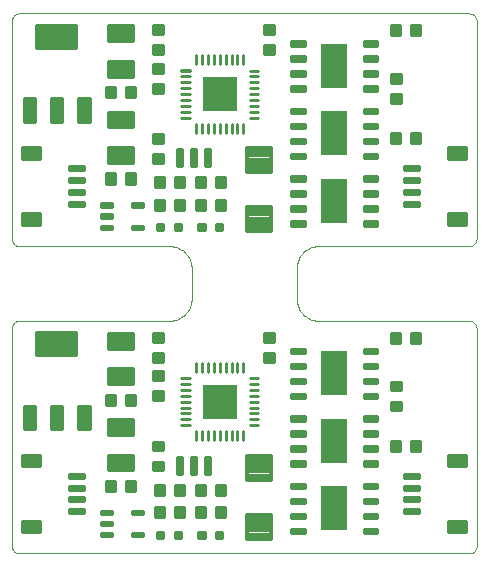
<source format=gtp>
G75*
%MOIN*%
%OFA0B0*%
%FSLAX24Y24*%
%IPPOS*%
%LPD*%
%AMOC8*
5,1,8,0,0,1.08239X$1,22.5*
%
%ADD10C,0.0000*%
%ADD11R,0.1125X0.1125*%
%ADD12R,0.0875X0.1500*%
%ADD13C,0.0142*%
%ADD14C,0.0098*%
%ADD15C,0.0099*%
%ADD16C,0.0100*%
%ADD17C,0.0099*%
%ADD18C,0.0101*%
%ADD19C,0.0100*%
%ADD20C,0.0101*%
%ADD21C,0.0130*%
D10*
X000425Y000238D02*
X015425Y000238D01*
X015455Y000240D01*
X015485Y000245D01*
X015514Y000254D01*
X015541Y000267D01*
X015567Y000282D01*
X015591Y000301D01*
X015612Y000322D01*
X015631Y000346D01*
X015646Y000372D01*
X015659Y000399D01*
X015668Y000428D01*
X015673Y000458D01*
X015675Y000488D01*
X015675Y007738D01*
X015673Y007768D01*
X015668Y007798D01*
X015659Y007827D01*
X015646Y007854D01*
X015631Y007880D01*
X015612Y007904D01*
X015591Y007925D01*
X015567Y007944D01*
X015541Y007959D01*
X015514Y007972D01*
X015485Y007981D01*
X015455Y007986D01*
X015425Y007988D01*
X010425Y007988D01*
X010371Y007990D01*
X010318Y007996D01*
X010266Y008005D01*
X010214Y008018D01*
X010163Y008035D01*
X010113Y008056D01*
X010066Y008080D01*
X010020Y008107D01*
X009976Y008138D01*
X009934Y008171D01*
X009895Y008208D01*
X009858Y008247D01*
X009825Y008289D01*
X009794Y008333D01*
X009767Y008379D01*
X009743Y008426D01*
X009722Y008476D01*
X009705Y008527D01*
X009692Y008579D01*
X009683Y008631D01*
X009677Y008684D01*
X009675Y008738D01*
X009675Y009738D01*
X009677Y009792D01*
X009683Y009845D01*
X009692Y009897D01*
X009705Y009949D01*
X009722Y010000D01*
X009743Y010050D01*
X009767Y010097D01*
X009794Y010143D01*
X009825Y010187D01*
X009858Y010229D01*
X009895Y010268D01*
X009934Y010305D01*
X009976Y010338D01*
X010020Y010369D01*
X010066Y010396D01*
X010113Y010420D01*
X010163Y010441D01*
X010214Y010458D01*
X010266Y010471D01*
X010318Y010480D01*
X010371Y010486D01*
X010425Y010488D01*
X015425Y010488D01*
X015455Y010490D01*
X015485Y010495D01*
X015514Y010504D01*
X015541Y010517D01*
X015567Y010532D01*
X015591Y010551D01*
X015612Y010572D01*
X015631Y010596D01*
X015646Y010622D01*
X015659Y010649D01*
X015668Y010678D01*
X015673Y010708D01*
X015675Y010738D01*
X015675Y017988D01*
X015673Y018018D01*
X015668Y018048D01*
X015659Y018077D01*
X015646Y018104D01*
X015631Y018130D01*
X015612Y018154D01*
X015591Y018175D01*
X015567Y018194D01*
X015541Y018209D01*
X015514Y018222D01*
X015485Y018231D01*
X015455Y018236D01*
X015425Y018238D01*
X000425Y018238D01*
X000395Y018236D01*
X000365Y018231D01*
X000336Y018222D01*
X000309Y018209D01*
X000283Y018194D01*
X000259Y018175D01*
X000238Y018154D01*
X000219Y018130D01*
X000204Y018104D01*
X000191Y018077D01*
X000182Y018048D01*
X000177Y018018D01*
X000175Y017988D01*
X000175Y010738D01*
X000177Y010708D01*
X000182Y010678D01*
X000191Y010649D01*
X000204Y010622D01*
X000219Y010596D01*
X000238Y010572D01*
X000259Y010551D01*
X000283Y010532D01*
X000309Y010517D01*
X000336Y010504D01*
X000365Y010495D01*
X000395Y010490D01*
X000425Y010488D01*
X005425Y010488D01*
X005479Y010486D01*
X005532Y010480D01*
X005584Y010471D01*
X005636Y010458D01*
X005687Y010441D01*
X005737Y010420D01*
X005784Y010396D01*
X005830Y010369D01*
X005874Y010338D01*
X005916Y010305D01*
X005955Y010268D01*
X005992Y010229D01*
X006025Y010187D01*
X006056Y010143D01*
X006083Y010097D01*
X006107Y010050D01*
X006128Y010000D01*
X006145Y009949D01*
X006158Y009897D01*
X006167Y009845D01*
X006173Y009792D01*
X006175Y009738D01*
X006175Y008738D01*
X006173Y008684D01*
X006167Y008631D01*
X006158Y008579D01*
X006145Y008527D01*
X006128Y008476D01*
X006107Y008426D01*
X006083Y008379D01*
X006056Y008333D01*
X006025Y008289D01*
X005992Y008247D01*
X005955Y008208D01*
X005916Y008171D01*
X005874Y008138D01*
X005830Y008107D01*
X005784Y008080D01*
X005737Y008056D01*
X005687Y008035D01*
X005636Y008018D01*
X005584Y008005D01*
X005532Y007996D01*
X005479Y007990D01*
X005425Y007988D01*
X000425Y007988D01*
X000395Y007986D01*
X000365Y007981D01*
X000336Y007972D01*
X000309Y007959D01*
X000283Y007944D01*
X000259Y007925D01*
X000238Y007904D01*
X000219Y007880D01*
X000204Y007854D01*
X000191Y007827D01*
X000182Y007798D01*
X000177Y007768D01*
X000175Y007738D01*
X000175Y000488D01*
X000177Y000458D01*
X000182Y000428D01*
X000191Y000399D01*
X000204Y000372D01*
X000219Y000346D01*
X000238Y000322D01*
X000259Y000301D01*
X000283Y000282D01*
X000309Y000267D01*
X000336Y000254D01*
X000365Y000245D01*
X000395Y000240D01*
X000425Y000238D01*
D11*
X007113Y005300D03*
X007113Y015550D03*
D12*
X010925Y016488D03*
X010925Y014238D03*
X010925Y011988D03*
X010925Y006238D03*
X010925Y003988D03*
X010925Y001738D03*
D13*
X008826Y001529D02*
X008826Y000727D01*
X008024Y000727D01*
X008024Y001529D01*
X008826Y001529D01*
X008826Y000868D02*
X008024Y000868D01*
X008024Y001009D02*
X008826Y001009D01*
X008826Y001150D02*
X008024Y001150D01*
X008024Y001291D02*
X008826Y001291D01*
X008826Y001432D02*
X008024Y001432D01*
X008024Y002696D02*
X008024Y003498D01*
X008826Y003498D01*
X008826Y002696D01*
X008024Y002696D01*
X008024Y002837D02*
X008826Y002837D01*
X008826Y002978D02*
X008024Y002978D01*
X008024Y003119D02*
X008826Y003119D01*
X008826Y003260D02*
X008024Y003260D01*
X008024Y003401D02*
X008826Y003401D01*
X008826Y010977D02*
X008826Y011779D01*
X008826Y010977D02*
X008024Y010977D01*
X008024Y011779D01*
X008826Y011779D01*
X008826Y011118D02*
X008024Y011118D01*
X008024Y011259D02*
X008826Y011259D01*
X008826Y011400D02*
X008024Y011400D01*
X008024Y011541D02*
X008826Y011541D01*
X008826Y011682D02*
X008024Y011682D01*
X008024Y012946D02*
X008024Y013748D01*
X008826Y013748D01*
X008826Y012946D01*
X008024Y012946D01*
X008024Y013087D02*
X008826Y013087D01*
X008826Y013228D02*
X008024Y013228D01*
X008024Y013369D02*
X008826Y013369D01*
X008826Y013510D02*
X008024Y013510D01*
X008024Y013651D02*
X008826Y013651D01*
D14*
X007900Y014260D02*
X007900Y014556D01*
X007703Y014556D02*
X007703Y014260D01*
X007506Y014260D02*
X007506Y014556D01*
X007309Y014556D02*
X007309Y014260D01*
X007113Y014260D02*
X007113Y014556D01*
X006916Y014556D02*
X006916Y014260D01*
X006719Y014260D02*
X006719Y014556D01*
X006522Y014556D02*
X006522Y014260D01*
X006325Y014260D02*
X006325Y014556D01*
X006119Y014763D02*
X005823Y014763D01*
X005823Y014959D02*
X006119Y014959D01*
X006119Y015156D02*
X005823Y015156D01*
X005823Y015353D02*
X006119Y015353D01*
X006119Y015550D02*
X005823Y015550D01*
X005823Y015747D02*
X006119Y015747D01*
X006119Y015944D02*
X005823Y015944D01*
X005823Y016141D02*
X006119Y016141D01*
X006325Y016544D02*
X006325Y016840D01*
X006522Y016840D02*
X006522Y016544D01*
X006719Y016544D02*
X006719Y016840D01*
X006916Y016840D02*
X006916Y016544D01*
X007113Y016544D02*
X007113Y016840D01*
X007309Y016840D02*
X007309Y016544D01*
X007506Y016544D02*
X007506Y016840D01*
X007703Y016840D02*
X007703Y016544D01*
X007900Y016544D02*
X007900Y016840D01*
X008106Y016337D02*
X008402Y016337D01*
X008402Y016141D02*
X008106Y016141D01*
X008106Y015944D02*
X008402Y015944D01*
X008402Y015747D02*
X008106Y015747D01*
X008106Y015550D02*
X008402Y015550D01*
X008402Y015353D02*
X008106Y015353D01*
X008106Y015156D02*
X008402Y015156D01*
X008402Y014959D02*
X008106Y014959D01*
X008106Y014763D02*
X008402Y014763D01*
X008571Y017176D02*
X008905Y017176D01*
X008905Y016880D01*
X008571Y016880D01*
X008571Y017176D01*
X008571Y016977D02*
X008905Y016977D01*
X008905Y017074D02*
X008571Y017074D01*
X008571Y017171D02*
X008905Y017171D01*
X008905Y017845D02*
X008571Y017845D01*
X008905Y017845D02*
X008905Y017549D01*
X008571Y017549D01*
X008571Y017845D01*
X008571Y017646D02*
X008905Y017646D01*
X008905Y017743D02*
X008571Y017743D01*
X008571Y017840D02*
X008905Y017840D01*
X005217Y017845D02*
X004883Y017845D01*
X005217Y017845D02*
X005217Y017549D01*
X004883Y017549D01*
X004883Y017845D01*
X004883Y017646D02*
X005217Y017646D01*
X005217Y017743D02*
X004883Y017743D01*
X004883Y017840D02*
X005217Y017840D01*
X005217Y017176D02*
X004883Y017176D01*
X005217Y017176D02*
X005217Y016880D01*
X004883Y016880D01*
X004883Y017176D01*
X004883Y016977D02*
X005217Y016977D01*
X005217Y017074D02*
X004883Y017074D01*
X004883Y017171D02*
X005217Y017171D01*
X004883Y016564D02*
X004883Y016268D01*
X004883Y016564D02*
X005217Y016564D01*
X005217Y016268D01*
X004883Y016268D01*
X004883Y016365D02*
X005217Y016365D01*
X005217Y016462D02*
X004883Y016462D01*
X004883Y016559D02*
X005217Y016559D01*
X004883Y015895D02*
X004883Y015599D01*
X004883Y015895D02*
X005217Y015895D01*
X005217Y015599D01*
X004883Y015599D01*
X004883Y015696D02*
X005217Y015696D01*
X005217Y015793D02*
X004883Y015793D01*
X004883Y015890D02*
X005217Y015890D01*
X004283Y015780D02*
X004283Y015446D01*
X003987Y015446D01*
X003987Y015780D01*
X004283Y015780D01*
X004283Y015543D02*
X003987Y015543D01*
X003987Y015640D02*
X004283Y015640D01*
X004283Y015737D02*
X003987Y015737D01*
X003613Y015780D02*
X003613Y015446D01*
X003317Y015446D01*
X003317Y015780D01*
X003613Y015780D01*
X003613Y015543D02*
X003317Y015543D01*
X003317Y015640D02*
X003613Y015640D01*
X003613Y015737D02*
X003317Y015737D01*
X004883Y013924D02*
X005217Y013924D01*
X004883Y013924D02*
X004883Y014220D01*
X005217Y014220D01*
X005217Y013924D01*
X005217Y014021D02*
X004883Y014021D01*
X004883Y014118D02*
X005217Y014118D01*
X005217Y014215D02*
X004883Y014215D01*
X004883Y013255D02*
X005217Y013255D01*
X004883Y013255D02*
X004883Y013551D01*
X005217Y013551D01*
X005217Y013255D01*
X005217Y013352D02*
X004883Y013352D01*
X004883Y013449D02*
X005217Y013449D01*
X005217Y013546D02*
X004883Y013546D01*
X003987Y012905D02*
X003987Y012571D01*
X003987Y012905D02*
X004283Y012905D01*
X004283Y012571D01*
X003987Y012571D01*
X003987Y012668D02*
X004283Y012668D01*
X004283Y012765D02*
X003987Y012765D01*
X003987Y012862D02*
X004283Y012862D01*
X005238Y012780D02*
X005238Y012446D01*
X004942Y012446D01*
X004942Y012780D01*
X005238Y012780D01*
X005238Y012543D02*
X004942Y012543D01*
X004942Y012640D02*
X005238Y012640D01*
X005238Y012737D02*
X004942Y012737D01*
X005908Y012780D02*
X005908Y012446D01*
X005612Y012446D01*
X005612Y012780D01*
X005908Y012780D01*
X005908Y012543D02*
X005612Y012543D01*
X005612Y012640D02*
X005908Y012640D01*
X005908Y012737D02*
X005612Y012737D01*
X006317Y012780D02*
X006317Y012446D01*
X006317Y012780D02*
X006613Y012780D01*
X006613Y012446D01*
X006317Y012446D01*
X006317Y012543D02*
X006613Y012543D01*
X006613Y012640D02*
X006317Y012640D01*
X006317Y012737D02*
X006613Y012737D01*
X006987Y012780D02*
X006987Y012446D01*
X006987Y012780D02*
X007283Y012780D01*
X007283Y012446D01*
X006987Y012446D01*
X006987Y012543D02*
X007283Y012543D01*
X007283Y012640D02*
X006987Y012640D01*
X006987Y012737D02*
X007283Y012737D01*
X007283Y012030D02*
X006987Y012030D01*
X007283Y012030D02*
X007283Y011696D01*
X006987Y011696D01*
X006987Y012030D01*
X006987Y011793D02*
X007283Y011793D01*
X007283Y011890D02*
X006987Y011890D01*
X006987Y011987D02*
X007283Y011987D01*
X006613Y012030D02*
X006317Y012030D01*
X006613Y012030D02*
X006613Y011696D01*
X006317Y011696D01*
X006317Y012030D01*
X006317Y011793D02*
X006613Y011793D01*
X006613Y011890D02*
X006317Y011890D01*
X006317Y011987D02*
X006613Y011987D01*
X005908Y011696D02*
X005612Y011696D01*
X005612Y012030D01*
X005908Y012030D01*
X005908Y011696D01*
X005908Y011793D02*
X005612Y011793D01*
X005612Y011890D02*
X005908Y011890D01*
X005908Y011987D02*
X005612Y011987D01*
X005238Y011696D02*
X004942Y011696D01*
X004942Y012030D01*
X005238Y012030D01*
X005238Y011696D01*
X005238Y011793D02*
X004942Y011793D01*
X004942Y011890D02*
X005238Y011890D01*
X005238Y011987D02*
X004942Y011987D01*
X003317Y012571D02*
X003317Y012905D01*
X003613Y012905D01*
X003613Y012571D01*
X003317Y012571D01*
X003317Y012668D02*
X003613Y012668D01*
X003613Y012765D02*
X003317Y012765D01*
X003317Y012862D02*
X003613Y012862D01*
X004883Y007595D02*
X005217Y007595D01*
X005217Y007299D01*
X004883Y007299D01*
X004883Y007595D01*
X004883Y007396D02*
X005217Y007396D01*
X005217Y007493D02*
X004883Y007493D01*
X004883Y007590D02*
X005217Y007590D01*
X005217Y006926D02*
X004883Y006926D01*
X005217Y006926D02*
X005217Y006630D01*
X004883Y006630D01*
X004883Y006926D01*
X004883Y006727D02*
X005217Y006727D01*
X005217Y006824D02*
X004883Y006824D01*
X004883Y006921D02*
X005217Y006921D01*
X004883Y006314D02*
X004883Y006018D01*
X004883Y006314D02*
X005217Y006314D01*
X005217Y006018D01*
X004883Y006018D01*
X004883Y006115D02*
X005217Y006115D01*
X005217Y006212D02*
X004883Y006212D01*
X004883Y006309D02*
X005217Y006309D01*
X005823Y005891D02*
X006119Y005891D01*
X006119Y005694D02*
X005823Y005694D01*
X005823Y005497D02*
X006119Y005497D01*
X006119Y005300D02*
X005823Y005300D01*
X005823Y005103D02*
X006119Y005103D01*
X006119Y004906D02*
X005823Y004906D01*
X005823Y004709D02*
X006119Y004709D01*
X006119Y004513D02*
X005823Y004513D01*
X006325Y004306D02*
X006325Y004010D01*
X006522Y004010D02*
X006522Y004306D01*
X006719Y004306D02*
X006719Y004010D01*
X006916Y004010D02*
X006916Y004306D01*
X007113Y004306D02*
X007113Y004010D01*
X007309Y004010D02*
X007309Y004306D01*
X007506Y004306D02*
X007506Y004010D01*
X007703Y004010D02*
X007703Y004306D01*
X007900Y004306D02*
X007900Y004010D01*
X008106Y004513D02*
X008402Y004513D01*
X008402Y004709D02*
X008106Y004709D01*
X008106Y004906D02*
X008402Y004906D01*
X008402Y005103D02*
X008106Y005103D01*
X008106Y005300D02*
X008402Y005300D01*
X008402Y005497D02*
X008106Y005497D01*
X008106Y005694D02*
X008402Y005694D01*
X008402Y005891D02*
X008106Y005891D01*
X008106Y006087D02*
X008402Y006087D01*
X008571Y006926D02*
X008905Y006926D01*
X008905Y006630D01*
X008571Y006630D01*
X008571Y006926D01*
X008571Y006727D02*
X008905Y006727D01*
X008905Y006824D02*
X008571Y006824D01*
X008571Y006921D02*
X008905Y006921D01*
X008905Y007595D02*
X008571Y007595D01*
X008905Y007595D02*
X008905Y007299D01*
X008571Y007299D01*
X008571Y007595D01*
X008571Y007396D02*
X008905Y007396D01*
X008905Y007493D02*
X008571Y007493D01*
X008571Y007590D02*
X008905Y007590D01*
X007900Y006590D02*
X007900Y006294D01*
X007703Y006294D02*
X007703Y006590D01*
X007506Y006590D02*
X007506Y006294D01*
X007309Y006294D02*
X007309Y006590D01*
X007113Y006590D02*
X007113Y006294D01*
X006916Y006294D02*
X006916Y006590D01*
X006719Y006590D02*
X006719Y006294D01*
X006522Y006294D02*
X006522Y006590D01*
X006325Y006590D02*
X006325Y006294D01*
X004883Y005645D02*
X004883Y005349D01*
X004883Y005645D02*
X005217Y005645D01*
X005217Y005349D01*
X004883Y005349D01*
X004883Y005446D02*
X005217Y005446D01*
X005217Y005543D02*
X004883Y005543D01*
X004883Y005640D02*
X005217Y005640D01*
X004283Y005530D02*
X004283Y005196D01*
X003987Y005196D01*
X003987Y005530D01*
X004283Y005530D01*
X004283Y005293D02*
X003987Y005293D01*
X003987Y005390D02*
X004283Y005390D01*
X004283Y005487D02*
X003987Y005487D01*
X003613Y005530D02*
X003613Y005196D01*
X003317Y005196D01*
X003317Y005530D01*
X003613Y005530D01*
X003613Y005293D02*
X003317Y005293D01*
X003317Y005390D02*
X003613Y005390D01*
X003613Y005487D02*
X003317Y005487D01*
X004883Y003674D02*
X005217Y003674D01*
X004883Y003674D02*
X004883Y003970D01*
X005217Y003970D01*
X005217Y003674D01*
X005217Y003771D02*
X004883Y003771D01*
X004883Y003868D02*
X005217Y003868D01*
X005217Y003965D02*
X004883Y003965D01*
X004883Y003005D02*
X005217Y003005D01*
X004883Y003005D02*
X004883Y003301D01*
X005217Y003301D01*
X005217Y003005D01*
X005217Y003102D02*
X004883Y003102D01*
X004883Y003199D02*
X005217Y003199D01*
X005217Y003296D02*
X004883Y003296D01*
X003987Y002655D02*
X003987Y002321D01*
X003987Y002655D02*
X004283Y002655D01*
X004283Y002321D01*
X003987Y002321D01*
X003987Y002418D02*
X004283Y002418D01*
X004283Y002515D02*
X003987Y002515D01*
X003987Y002612D02*
X004283Y002612D01*
X005238Y002530D02*
X005238Y002196D01*
X004942Y002196D01*
X004942Y002530D01*
X005238Y002530D01*
X005238Y002293D02*
X004942Y002293D01*
X004942Y002390D02*
X005238Y002390D01*
X005238Y002487D02*
X004942Y002487D01*
X005908Y002530D02*
X005908Y002196D01*
X005612Y002196D01*
X005612Y002530D01*
X005908Y002530D01*
X005908Y002293D02*
X005612Y002293D01*
X005612Y002390D02*
X005908Y002390D01*
X005908Y002487D02*
X005612Y002487D01*
X006317Y002530D02*
X006317Y002196D01*
X006317Y002530D02*
X006613Y002530D01*
X006613Y002196D01*
X006317Y002196D01*
X006317Y002293D02*
X006613Y002293D01*
X006613Y002390D02*
X006317Y002390D01*
X006317Y002487D02*
X006613Y002487D01*
X006987Y002530D02*
X006987Y002196D01*
X006987Y002530D02*
X007283Y002530D01*
X007283Y002196D01*
X006987Y002196D01*
X006987Y002293D02*
X007283Y002293D01*
X007283Y002390D02*
X006987Y002390D01*
X006987Y002487D02*
X007283Y002487D01*
X007283Y001780D02*
X006987Y001780D01*
X007283Y001780D02*
X007283Y001446D01*
X006987Y001446D01*
X006987Y001780D01*
X006987Y001543D02*
X007283Y001543D01*
X007283Y001640D02*
X006987Y001640D01*
X006987Y001737D02*
X007283Y001737D01*
X006613Y001780D02*
X006317Y001780D01*
X006613Y001780D02*
X006613Y001446D01*
X006317Y001446D01*
X006317Y001780D01*
X006317Y001543D02*
X006613Y001543D01*
X006613Y001640D02*
X006317Y001640D01*
X006317Y001737D02*
X006613Y001737D01*
X005908Y001446D02*
X005612Y001446D01*
X005612Y001780D01*
X005908Y001780D01*
X005908Y001446D01*
X005908Y001543D02*
X005612Y001543D01*
X005612Y001640D02*
X005908Y001640D01*
X005908Y001737D02*
X005612Y001737D01*
X005238Y001446D02*
X004942Y001446D01*
X004942Y001780D01*
X005238Y001780D01*
X005238Y001446D01*
X005238Y001543D02*
X004942Y001543D01*
X004942Y001640D02*
X005238Y001640D01*
X005238Y001737D02*
X004942Y001737D01*
X003317Y002321D02*
X003317Y002655D01*
X003613Y002655D01*
X003613Y002321D01*
X003317Y002321D01*
X003317Y002418D02*
X003613Y002418D01*
X003613Y002515D02*
X003317Y002515D01*
X003317Y002612D02*
X003613Y002612D01*
X013113Y003664D02*
X013113Y003998D01*
X013113Y003664D02*
X012817Y003664D01*
X012817Y003998D01*
X013113Y003998D01*
X013113Y003761D02*
X012817Y003761D01*
X012817Y003858D02*
X013113Y003858D01*
X013113Y003955D02*
X012817Y003955D01*
X013783Y003998D02*
X013783Y003664D01*
X013487Y003664D01*
X013487Y003998D01*
X013783Y003998D01*
X013783Y003761D02*
X013487Y003761D01*
X013487Y003858D02*
X013783Y003858D01*
X013783Y003955D02*
X013487Y003955D01*
X013155Y005301D02*
X012821Y005301D01*
X013155Y005301D02*
X013155Y005005D01*
X012821Y005005D01*
X012821Y005301D01*
X012821Y005102D02*
X013155Y005102D01*
X013155Y005199D02*
X012821Y005199D01*
X012821Y005296D02*
X013155Y005296D01*
X013155Y005970D02*
X012821Y005970D01*
X013155Y005970D02*
X013155Y005674D01*
X012821Y005674D01*
X012821Y005970D01*
X012821Y005771D02*
X013155Y005771D01*
X013155Y005868D02*
X012821Y005868D01*
X012821Y005965D02*
X013155Y005965D01*
X013113Y007258D02*
X013113Y007592D01*
X013113Y007258D02*
X012817Y007258D01*
X012817Y007592D01*
X013113Y007592D01*
X013113Y007355D02*
X012817Y007355D01*
X012817Y007452D02*
X013113Y007452D01*
X013113Y007549D02*
X012817Y007549D01*
X013783Y007592D02*
X013783Y007258D01*
X013487Y007258D01*
X013487Y007592D01*
X013783Y007592D01*
X013783Y007355D02*
X013487Y007355D01*
X013487Y007452D02*
X013783Y007452D01*
X013783Y007549D02*
X013487Y007549D01*
X013783Y013914D02*
X013783Y014248D01*
X013783Y013914D02*
X013487Y013914D01*
X013487Y014248D01*
X013783Y014248D01*
X013783Y014011D02*
X013487Y014011D01*
X013487Y014108D02*
X013783Y014108D01*
X013783Y014205D02*
X013487Y014205D01*
X013113Y014248D02*
X013113Y013914D01*
X012817Y013914D01*
X012817Y014248D01*
X013113Y014248D01*
X013113Y014011D02*
X012817Y014011D01*
X012817Y014108D02*
X013113Y014108D01*
X013113Y014205D02*
X012817Y014205D01*
X012821Y015551D02*
X013155Y015551D01*
X013155Y015255D01*
X012821Y015255D01*
X012821Y015551D01*
X012821Y015352D02*
X013155Y015352D01*
X013155Y015449D02*
X012821Y015449D01*
X012821Y015546D02*
X013155Y015546D01*
X013155Y016220D02*
X012821Y016220D01*
X013155Y016220D02*
X013155Y015924D01*
X012821Y015924D01*
X012821Y016220D01*
X012821Y016021D02*
X013155Y016021D01*
X013155Y016118D02*
X012821Y016118D01*
X012821Y016215D02*
X013155Y016215D01*
X013113Y017508D02*
X013113Y017842D01*
X013113Y017508D02*
X012817Y017508D01*
X012817Y017842D01*
X013113Y017842D01*
X013113Y017605D02*
X012817Y017605D01*
X012817Y017702D02*
X013113Y017702D01*
X013113Y017799D02*
X012817Y017799D01*
X013783Y017842D02*
X013783Y017508D01*
X013487Y017508D01*
X013487Y017842D01*
X013783Y017842D01*
X013783Y017605D02*
X013487Y017605D01*
X013487Y017702D02*
X013783Y017702D01*
X013783Y017799D02*
X013487Y017799D01*
D15*
X011909Y017319D02*
X011909Y017157D01*
X011909Y017319D02*
X012361Y017319D01*
X012361Y017157D01*
X011909Y017157D01*
X011909Y017255D02*
X012361Y017255D01*
X011909Y016819D02*
X011909Y016657D01*
X011909Y016819D02*
X012361Y016819D01*
X012361Y016657D01*
X011909Y016657D01*
X011909Y016755D02*
X012361Y016755D01*
X011909Y016319D02*
X011909Y016157D01*
X011909Y016319D02*
X012361Y016319D01*
X012361Y016157D01*
X011909Y016157D01*
X011909Y016255D02*
X012361Y016255D01*
X011909Y015819D02*
X011909Y015657D01*
X011909Y015819D02*
X012361Y015819D01*
X012361Y015657D01*
X011909Y015657D01*
X011909Y015755D02*
X012361Y015755D01*
X011909Y015069D02*
X011909Y014907D01*
X011909Y015069D02*
X012361Y015069D01*
X012361Y014907D01*
X011909Y014907D01*
X011909Y015005D02*
X012361Y015005D01*
X011909Y014569D02*
X011909Y014407D01*
X011909Y014569D02*
X012361Y014569D01*
X012361Y014407D01*
X011909Y014407D01*
X011909Y014505D02*
X012361Y014505D01*
X011909Y014069D02*
X011909Y013907D01*
X011909Y014069D02*
X012361Y014069D01*
X012361Y013907D01*
X011909Y013907D01*
X011909Y014005D02*
X012361Y014005D01*
X011909Y013569D02*
X011909Y013407D01*
X011909Y013569D02*
X012361Y013569D01*
X012361Y013407D01*
X011909Y013407D01*
X011909Y013505D02*
X012361Y013505D01*
X011909Y012819D02*
X011909Y012657D01*
X011909Y012819D02*
X012361Y012819D01*
X012361Y012657D01*
X011909Y012657D01*
X011909Y012755D02*
X012361Y012755D01*
X011909Y012319D02*
X011909Y012157D01*
X011909Y012319D02*
X012361Y012319D01*
X012361Y012157D01*
X011909Y012157D01*
X011909Y012255D02*
X012361Y012255D01*
X011909Y011819D02*
X011909Y011657D01*
X011909Y011819D02*
X012361Y011819D01*
X012361Y011657D01*
X011909Y011657D01*
X011909Y011755D02*
X012361Y011755D01*
X011909Y011319D02*
X011909Y011157D01*
X011909Y011319D02*
X012361Y011319D01*
X012361Y011157D01*
X011909Y011157D01*
X011909Y011255D02*
X012361Y011255D01*
X009489Y011319D02*
X009489Y011157D01*
X009489Y011319D02*
X009941Y011319D01*
X009941Y011157D01*
X009489Y011157D01*
X009489Y011255D02*
X009941Y011255D01*
X009489Y011657D02*
X009489Y011819D01*
X009941Y011819D01*
X009941Y011657D01*
X009489Y011657D01*
X009489Y011755D02*
X009941Y011755D01*
X009489Y012157D02*
X009489Y012319D01*
X009941Y012319D01*
X009941Y012157D01*
X009489Y012157D01*
X009489Y012255D02*
X009941Y012255D01*
X009489Y012657D02*
X009489Y012819D01*
X009941Y012819D01*
X009941Y012657D01*
X009489Y012657D01*
X009489Y012755D02*
X009941Y012755D01*
X009489Y013407D02*
X009489Y013569D01*
X009941Y013569D01*
X009941Y013407D01*
X009489Y013407D01*
X009489Y013505D02*
X009941Y013505D01*
X009489Y013907D02*
X009489Y014069D01*
X009941Y014069D01*
X009941Y013907D01*
X009489Y013907D01*
X009489Y014005D02*
X009941Y014005D01*
X009489Y014407D02*
X009489Y014569D01*
X009941Y014569D01*
X009941Y014407D01*
X009489Y014407D01*
X009489Y014505D02*
X009941Y014505D01*
X009489Y014907D02*
X009489Y015069D01*
X009941Y015069D01*
X009941Y014907D01*
X009489Y014907D01*
X009489Y015005D02*
X009941Y015005D01*
X009489Y015657D02*
X009489Y015819D01*
X009941Y015819D01*
X009941Y015657D01*
X009489Y015657D01*
X009489Y015755D02*
X009941Y015755D01*
X009489Y016157D02*
X009489Y016319D01*
X009941Y016319D01*
X009941Y016157D01*
X009489Y016157D01*
X009489Y016255D02*
X009941Y016255D01*
X009489Y016657D02*
X009489Y016819D01*
X009941Y016819D01*
X009941Y016657D01*
X009489Y016657D01*
X009489Y016755D02*
X009941Y016755D01*
X009489Y017157D02*
X009489Y017319D01*
X009941Y017319D01*
X009941Y017157D01*
X009489Y017157D01*
X009489Y017255D02*
X009941Y017255D01*
X009489Y007069D02*
X009489Y006907D01*
X009489Y007069D02*
X009941Y007069D01*
X009941Y006907D01*
X009489Y006907D01*
X009489Y007005D02*
X009941Y007005D01*
X009489Y006569D02*
X009489Y006407D01*
X009489Y006569D02*
X009941Y006569D01*
X009941Y006407D01*
X009489Y006407D01*
X009489Y006505D02*
X009941Y006505D01*
X009489Y006069D02*
X009489Y005907D01*
X009489Y006069D02*
X009941Y006069D01*
X009941Y005907D01*
X009489Y005907D01*
X009489Y006005D02*
X009941Y006005D01*
X009489Y005569D02*
X009489Y005407D01*
X009489Y005569D02*
X009941Y005569D01*
X009941Y005407D01*
X009489Y005407D01*
X009489Y005505D02*
X009941Y005505D01*
X009489Y004819D02*
X009489Y004657D01*
X009489Y004819D02*
X009941Y004819D01*
X009941Y004657D01*
X009489Y004657D01*
X009489Y004755D02*
X009941Y004755D01*
X009489Y004319D02*
X009489Y004157D01*
X009489Y004319D02*
X009941Y004319D01*
X009941Y004157D01*
X009489Y004157D01*
X009489Y004255D02*
X009941Y004255D01*
X009489Y003819D02*
X009489Y003657D01*
X009489Y003819D02*
X009941Y003819D01*
X009941Y003657D01*
X009489Y003657D01*
X009489Y003755D02*
X009941Y003755D01*
X009489Y003319D02*
X009489Y003157D01*
X009489Y003319D02*
X009941Y003319D01*
X009941Y003157D01*
X009489Y003157D01*
X009489Y003255D02*
X009941Y003255D01*
X009489Y002569D02*
X009489Y002407D01*
X009489Y002569D02*
X009941Y002569D01*
X009941Y002407D01*
X009489Y002407D01*
X009489Y002505D02*
X009941Y002505D01*
X009489Y002069D02*
X009489Y001907D01*
X009489Y002069D02*
X009941Y002069D01*
X009941Y001907D01*
X009489Y001907D01*
X009489Y002005D02*
X009941Y002005D01*
X009489Y001569D02*
X009489Y001407D01*
X009489Y001569D02*
X009941Y001569D01*
X009941Y001407D01*
X009489Y001407D01*
X009489Y001505D02*
X009941Y001505D01*
X009489Y001069D02*
X009489Y000907D01*
X009489Y001069D02*
X009941Y001069D01*
X009941Y000907D01*
X009489Y000907D01*
X009489Y001005D02*
X009941Y001005D01*
X011909Y001069D02*
X011909Y000907D01*
X011909Y001069D02*
X012361Y001069D01*
X012361Y000907D01*
X011909Y000907D01*
X011909Y001005D02*
X012361Y001005D01*
X011909Y001407D02*
X011909Y001569D01*
X012361Y001569D01*
X012361Y001407D01*
X011909Y001407D01*
X011909Y001505D02*
X012361Y001505D01*
X011909Y001907D02*
X011909Y002069D01*
X012361Y002069D01*
X012361Y001907D01*
X011909Y001907D01*
X011909Y002005D02*
X012361Y002005D01*
X011909Y002407D02*
X011909Y002569D01*
X012361Y002569D01*
X012361Y002407D01*
X011909Y002407D01*
X011909Y002505D02*
X012361Y002505D01*
X011909Y003157D02*
X011909Y003319D01*
X012361Y003319D01*
X012361Y003157D01*
X011909Y003157D01*
X011909Y003255D02*
X012361Y003255D01*
X011909Y003657D02*
X011909Y003819D01*
X012361Y003819D01*
X012361Y003657D01*
X011909Y003657D01*
X011909Y003755D02*
X012361Y003755D01*
X011909Y004157D02*
X011909Y004319D01*
X012361Y004319D01*
X012361Y004157D01*
X011909Y004157D01*
X011909Y004255D02*
X012361Y004255D01*
X011909Y004657D02*
X011909Y004819D01*
X012361Y004819D01*
X012361Y004657D01*
X011909Y004657D01*
X011909Y004755D02*
X012361Y004755D01*
X011909Y005407D02*
X011909Y005569D01*
X012361Y005569D01*
X012361Y005407D01*
X011909Y005407D01*
X011909Y005505D02*
X012361Y005505D01*
X011909Y005907D02*
X011909Y006069D01*
X012361Y006069D01*
X012361Y005907D01*
X011909Y005907D01*
X011909Y006005D02*
X012361Y006005D01*
X011909Y006407D02*
X011909Y006569D01*
X012361Y006569D01*
X012361Y006407D01*
X011909Y006407D01*
X011909Y006505D02*
X012361Y006505D01*
X011909Y006907D02*
X011909Y007069D01*
X012361Y007069D01*
X012361Y006907D01*
X011909Y006907D01*
X011909Y007005D02*
X012361Y007005D01*
D16*
X006118Y006084D02*
X005824Y006084D01*
X005824Y006090D01*
X006118Y006090D01*
X006118Y006084D01*
X006118Y016334D02*
X005824Y016334D01*
X005824Y016340D01*
X006118Y016340D01*
X006118Y016334D01*
D17*
X006149Y013140D02*
X006327Y013140D01*
X006149Y013140D02*
X006149Y013710D01*
X006327Y013710D01*
X006327Y013140D01*
X006327Y013238D02*
X006149Y013238D01*
X006149Y013336D02*
X006327Y013336D01*
X006327Y013434D02*
X006149Y013434D01*
X006149Y013532D02*
X006327Y013532D01*
X006327Y013630D02*
X006149Y013630D01*
X005854Y013140D02*
X005676Y013140D01*
X005676Y013710D01*
X005854Y013710D01*
X005854Y013140D01*
X005854Y013238D02*
X005676Y013238D01*
X005676Y013336D02*
X005854Y013336D01*
X005854Y013434D02*
X005676Y013434D01*
X005676Y013532D02*
X005854Y013532D01*
X005854Y013630D02*
X005676Y013630D01*
X006621Y013140D02*
X006799Y013140D01*
X006621Y013140D02*
X006621Y013710D01*
X006799Y013710D01*
X006799Y013140D01*
X006799Y013238D02*
X006621Y013238D01*
X006621Y013336D02*
X006799Y013336D01*
X006799Y013434D02*
X006621Y013434D01*
X006621Y013532D02*
X006799Y013532D01*
X006799Y013630D02*
X006621Y013630D01*
X002090Y013147D02*
X002090Y013009D01*
X002090Y013147D02*
X002602Y013147D01*
X002602Y013009D01*
X002090Y013009D01*
X002090Y013107D02*
X002602Y013107D01*
X002090Y012753D02*
X002090Y012615D01*
X002090Y012753D02*
X002602Y012753D01*
X002602Y012615D01*
X002090Y012615D01*
X002090Y012713D02*
X002602Y012713D01*
X002090Y012360D02*
X002090Y012222D01*
X002090Y012360D02*
X002602Y012360D01*
X002602Y012222D01*
X002090Y012222D01*
X002090Y012320D02*
X002602Y012320D01*
X002090Y011966D02*
X002090Y011828D01*
X002090Y011966D02*
X002602Y011966D01*
X002602Y011828D01*
X002090Y011828D01*
X002090Y011926D02*
X002602Y011926D01*
X000516Y011572D02*
X000516Y011198D01*
X000516Y011572D02*
X001126Y011572D01*
X001126Y011198D01*
X000516Y011198D01*
X000516Y011296D02*
X001126Y011296D01*
X001126Y011394D02*
X000516Y011394D01*
X000516Y011492D02*
X001126Y011492D01*
X000516Y013403D02*
X000516Y013777D01*
X001126Y013777D01*
X001126Y013403D01*
X000516Y013403D01*
X000516Y013501D02*
X001126Y013501D01*
X001126Y013599D02*
X000516Y013599D01*
X000516Y013697D02*
X001126Y013697D01*
X000516Y003527D02*
X000516Y003153D01*
X000516Y003527D02*
X001126Y003527D01*
X001126Y003153D01*
X000516Y003153D01*
X000516Y003251D02*
X001126Y003251D01*
X001126Y003349D02*
X000516Y003349D01*
X000516Y003447D02*
X001126Y003447D01*
X002090Y002897D02*
X002090Y002759D01*
X002090Y002897D02*
X002602Y002897D01*
X002602Y002759D01*
X002090Y002759D01*
X002090Y002857D02*
X002602Y002857D01*
X002090Y002503D02*
X002090Y002365D01*
X002090Y002503D02*
X002602Y002503D01*
X002602Y002365D01*
X002090Y002365D01*
X002090Y002463D02*
X002602Y002463D01*
X002090Y002110D02*
X002090Y001972D01*
X002090Y002110D02*
X002602Y002110D01*
X002602Y001972D01*
X002090Y001972D01*
X002090Y002070D02*
X002602Y002070D01*
X002090Y001716D02*
X002090Y001578D01*
X002090Y001716D02*
X002602Y001716D01*
X002602Y001578D01*
X002090Y001578D01*
X002090Y001676D02*
X002602Y001676D01*
X000516Y001322D02*
X000516Y000948D01*
X000516Y001322D02*
X001126Y001322D01*
X001126Y000948D01*
X000516Y000948D01*
X000516Y001046D02*
X001126Y001046D01*
X001126Y001144D02*
X000516Y001144D01*
X000516Y001242D02*
X001126Y001242D01*
X005676Y002890D02*
X005854Y002890D01*
X005676Y002890D02*
X005676Y003460D01*
X005854Y003460D01*
X005854Y002890D01*
X005854Y002988D02*
X005676Y002988D01*
X005676Y003086D02*
X005854Y003086D01*
X005854Y003184D02*
X005676Y003184D01*
X005676Y003282D02*
X005854Y003282D01*
X005854Y003380D02*
X005676Y003380D01*
X006149Y002890D02*
X006327Y002890D01*
X006149Y002890D02*
X006149Y003460D01*
X006327Y003460D01*
X006327Y002890D01*
X006327Y002988D02*
X006149Y002988D01*
X006149Y003086D02*
X006327Y003086D01*
X006327Y003184D02*
X006149Y003184D01*
X006149Y003282D02*
X006327Y003282D01*
X006327Y003380D02*
X006149Y003380D01*
X006621Y002890D02*
X006799Y002890D01*
X006621Y002890D02*
X006621Y003460D01*
X006799Y003460D01*
X006799Y002890D01*
X006799Y002988D02*
X006621Y002988D01*
X006621Y003086D02*
X006799Y003086D01*
X006799Y003184D02*
X006621Y003184D01*
X006621Y003282D02*
X006799Y003282D01*
X006799Y003380D02*
X006621Y003380D01*
X013760Y002897D02*
X013760Y002759D01*
X013248Y002759D01*
X013248Y002897D01*
X013760Y002897D01*
X013760Y002857D02*
X013248Y002857D01*
X013760Y002503D02*
X013760Y002365D01*
X013248Y002365D01*
X013248Y002503D01*
X013760Y002503D01*
X013760Y002463D02*
X013248Y002463D01*
X013760Y002110D02*
X013760Y001972D01*
X013248Y001972D01*
X013248Y002110D01*
X013760Y002110D01*
X013760Y002070D02*
X013248Y002070D01*
X013760Y001716D02*
X013760Y001578D01*
X013248Y001578D01*
X013248Y001716D01*
X013760Y001716D01*
X013760Y001676D02*
X013248Y001676D01*
X015334Y001322D02*
X015334Y000948D01*
X014724Y000948D01*
X014724Y001322D01*
X015334Y001322D01*
X015334Y001046D02*
X014724Y001046D01*
X014724Y001144D02*
X015334Y001144D01*
X015334Y001242D02*
X014724Y001242D01*
X015334Y003153D02*
X015334Y003527D01*
X015334Y003153D02*
X014724Y003153D01*
X014724Y003527D01*
X015334Y003527D01*
X015334Y003251D02*
X014724Y003251D01*
X014724Y003349D02*
X015334Y003349D01*
X015334Y003447D02*
X014724Y003447D01*
X015334Y011198D02*
X015334Y011572D01*
X015334Y011198D02*
X014724Y011198D01*
X014724Y011572D01*
X015334Y011572D01*
X015334Y011296D02*
X014724Y011296D01*
X014724Y011394D02*
X015334Y011394D01*
X015334Y011492D02*
X014724Y011492D01*
X013760Y011828D02*
X013760Y011966D01*
X013760Y011828D02*
X013248Y011828D01*
X013248Y011966D01*
X013760Y011966D01*
X013760Y011926D02*
X013248Y011926D01*
X013760Y012222D02*
X013760Y012360D01*
X013760Y012222D02*
X013248Y012222D01*
X013248Y012360D01*
X013760Y012360D01*
X013760Y012320D02*
X013248Y012320D01*
X013760Y012615D02*
X013760Y012753D01*
X013760Y012615D02*
X013248Y012615D01*
X013248Y012753D01*
X013760Y012753D01*
X013760Y012713D02*
X013248Y012713D01*
X013760Y013009D02*
X013760Y013147D01*
X013760Y013009D02*
X013248Y013009D01*
X013248Y013147D01*
X013760Y013147D01*
X013760Y013107D02*
X013248Y013107D01*
X015334Y013403D02*
X015334Y013777D01*
X015334Y013403D02*
X014724Y013403D01*
X014724Y013777D01*
X015334Y013777D01*
X015334Y013501D02*
X014724Y013501D01*
X014724Y013599D02*
X015334Y013599D01*
X015334Y013697D02*
X014724Y013697D01*
D18*
X006988Y011220D02*
X006988Y011006D01*
X006988Y011220D02*
X007202Y011220D01*
X007202Y011006D01*
X006988Y011006D01*
X006988Y011106D02*
X007202Y011106D01*
X007202Y011206D02*
X006988Y011206D01*
X006398Y011220D02*
X006398Y011006D01*
X006398Y011220D02*
X006612Y011220D01*
X006612Y011006D01*
X006398Y011006D01*
X006398Y011106D02*
X006612Y011106D01*
X006612Y011206D02*
X006398Y011206D01*
X005827Y011220D02*
X005827Y011006D01*
X005613Y011006D01*
X005613Y011220D01*
X005827Y011220D01*
X005827Y011106D02*
X005613Y011106D01*
X005613Y011206D02*
X005827Y011206D01*
X005237Y011220D02*
X005237Y011006D01*
X005023Y011006D01*
X005023Y011220D01*
X005237Y011220D01*
X005237Y011106D02*
X005023Y011106D01*
X005023Y011206D02*
X005237Y011206D01*
X004222Y013257D02*
X004222Y013787D01*
X004222Y013257D02*
X003378Y013257D01*
X003378Y013787D01*
X004222Y013787D01*
X004222Y013357D02*
X003378Y013357D01*
X003378Y013457D02*
X004222Y013457D01*
X004222Y013557D02*
X003378Y013557D01*
X003378Y013657D02*
X004222Y013657D01*
X004222Y013757D02*
X003378Y013757D01*
X003378Y014438D02*
X003378Y014968D01*
X004222Y014968D01*
X004222Y014438D01*
X003378Y014438D01*
X003378Y014538D02*
X004222Y014538D01*
X004222Y014638D02*
X003378Y014638D01*
X003378Y014738D02*
X004222Y014738D01*
X004222Y014838D02*
X003378Y014838D01*
X003378Y014938D02*
X004222Y014938D01*
X004222Y016132D02*
X004222Y016662D01*
X004222Y016132D02*
X003378Y016132D01*
X003378Y016662D01*
X004222Y016662D01*
X004222Y016232D02*
X003378Y016232D01*
X003378Y016332D02*
X004222Y016332D01*
X004222Y016432D02*
X003378Y016432D01*
X003378Y016532D02*
X004222Y016532D01*
X004222Y016632D02*
X003378Y016632D01*
X003378Y017313D02*
X003378Y017843D01*
X004222Y017843D01*
X004222Y017313D01*
X003378Y017313D01*
X003378Y017413D02*
X004222Y017413D01*
X004222Y017513D02*
X003378Y017513D01*
X003378Y017613D02*
X004222Y017613D01*
X004222Y017713D02*
X003378Y017713D01*
X003378Y017813D02*
X004222Y017813D01*
X003378Y007593D02*
X003378Y007063D01*
X003378Y007593D02*
X004222Y007593D01*
X004222Y007063D01*
X003378Y007063D01*
X003378Y007163D02*
X004222Y007163D01*
X004222Y007263D02*
X003378Y007263D01*
X003378Y007363D02*
X004222Y007363D01*
X004222Y007463D02*
X003378Y007463D01*
X003378Y007563D02*
X004222Y007563D01*
X004222Y006412D02*
X004222Y005882D01*
X003378Y005882D01*
X003378Y006412D01*
X004222Y006412D01*
X004222Y005982D02*
X003378Y005982D01*
X003378Y006082D02*
X004222Y006082D01*
X004222Y006182D02*
X003378Y006182D01*
X003378Y006282D02*
X004222Y006282D01*
X004222Y006382D02*
X003378Y006382D01*
X003378Y004718D02*
X003378Y004188D01*
X003378Y004718D02*
X004222Y004718D01*
X004222Y004188D01*
X003378Y004188D01*
X003378Y004288D02*
X004222Y004288D01*
X004222Y004388D02*
X003378Y004388D01*
X003378Y004488D02*
X004222Y004488D01*
X004222Y004588D02*
X003378Y004588D01*
X003378Y004688D02*
X004222Y004688D01*
X004222Y003537D02*
X004222Y003007D01*
X003378Y003007D01*
X003378Y003537D01*
X004222Y003537D01*
X004222Y003107D02*
X003378Y003107D01*
X003378Y003207D02*
X004222Y003207D01*
X004222Y003307D02*
X003378Y003307D01*
X003378Y003407D02*
X004222Y003407D01*
X004222Y003507D02*
X003378Y003507D01*
X005237Y000970D02*
X005237Y000756D01*
X005023Y000756D01*
X005023Y000970D01*
X005237Y000970D01*
X005237Y000856D02*
X005023Y000856D01*
X005023Y000956D02*
X005237Y000956D01*
X005827Y000970D02*
X005827Y000756D01*
X005613Y000756D01*
X005613Y000970D01*
X005827Y000970D01*
X005827Y000856D02*
X005613Y000856D01*
X005613Y000956D02*
X005827Y000956D01*
X006398Y000970D02*
X006398Y000756D01*
X006398Y000970D02*
X006612Y000970D01*
X006612Y000756D01*
X006398Y000756D01*
X006398Y000856D02*
X006612Y000856D01*
X006612Y000956D02*
X006398Y000956D01*
X006988Y000970D02*
X006988Y000756D01*
X006988Y000970D02*
X007202Y000970D01*
X007202Y000756D01*
X006988Y000756D01*
X006988Y000856D02*
X007202Y000856D01*
X007202Y000956D02*
X006988Y000956D01*
D19*
X004188Y000921D02*
X004188Y000805D01*
X004188Y000921D02*
X004560Y000921D01*
X004560Y000805D01*
X004188Y000805D01*
X004188Y000904D02*
X004560Y000904D01*
X004188Y001554D02*
X004188Y001670D01*
X004560Y001670D01*
X004560Y001554D01*
X004188Y001554D01*
X004188Y001653D02*
X004560Y001653D01*
X003165Y001670D02*
X003165Y001554D01*
X003165Y001670D02*
X003537Y001670D01*
X003537Y001554D01*
X003165Y001554D01*
X003165Y001653D02*
X003537Y001653D01*
X003165Y001296D02*
X003165Y001180D01*
X003165Y001296D02*
X003537Y001296D01*
X003537Y001180D01*
X003165Y001180D01*
X003165Y001279D02*
X003537Y001279D01*
X003165Y000921D02*
X003165Y000805D01*
X003165Y000921D02*
X003537Y000921D01*
X003537Y000805D01*
X003165Y000805D01*
X003165Y000904D02*
X003537Y000904D01*
X003165Y011055D02*
X003165Y011171D01*
X003537Y011171D01*
X003537Y011055D01*
X003165Y011055D01*
X003165Y011154D02*
X003537Y011154D01*
X003165Y011430D02*
X003165Y011546D01*
X003537Y011546D01*
X003537Y011430D01*
X003165Y011430D01*
X003165Y011529D02*
X003537Y011529D01*
X003165Y011804D02*
X003165Y011920D01*
X003537Y011920D01*
X003537Y011804D01*
X003165Y011804D01*
X003165Y011903D02*
X003537Y011903D01*
X004188Y011920D02*
X004188Y011804D01*
X004188Y011920D02*
X004560Y011920D01*
X004560Y011804D01*
X004188Y011804D01*
X004188Y011903D02*
X004560Y011903D01*
X004188Y011171D02*
X004188Y011055D01*
X004188Y011171D02*
X004560Y011171D01*
X004560Y011055D01*
X004188Y011055D01*
X004188Y011154D02*
X004560Y011154D01*
D20*
X002775Y014628D02*
X002395Y014628D01*
X002395Y015408D01*
X002775Y015408D01*
X002775Y014628D01*
X002775Y014728D02*
X002395Y014728D01*
X002395Y014828D02*
X002775Y014828D01*
X002775Y014928D02*
X002395Y014928D01*
X002395Y015028D02*
X002775Y015028D01*
X002775Y015128D02*
X002395Y015128D01*
X002395Y015228D02*
X002775Y015228D01*
X002775Y015328D02*
X002395Y015328D01*
X001865Y014628D02*
X001485Y014628D01*
X001485Y015408D01*
X001865Y015408D01*
X001865Y014628D01*
X001865Y014728D02*
X001485Y014728D01*
X001485Y014828D02*
X001865Y014828D01*
X001865Y014928D02*
X001485Y014928D01*
X001485Y015028D02*
X001865Y015028D01*
X001865Y015128D02*
X001485Y015128D01*
X001485Y015228D02*
X001865Y015228D01*
X001865Y015328D02*
X001485Y015328D01*
X000955Y014628D02*
X000575Y014628D01*
X000575Y015408D01*
X000955Y015408D01*
X000955Y014628D01*
X000955Y014728D02*
X000575Y014728D01*
X000575Y014828D02*
X000955Y014828D01*
X000955Y014928D02*
X000575Y014928D01*
X000575Y015028D02*
X000955Y015028D01*
X000955Y015128D02*
X000575Y015128D01*
X000575Y015228D02*
X000955Y015228D01*
X000955Y015328D02*
X000575Y015328D01*
X000575Y004378D02*
X000955Y004378D01*
X000575Y004378D02*
X000575Y005158D01*
X000955Y005158D01*
X000955Y004378D01*
X000955Y004478D02*
X000575Y004478D01*
X000575Y004578D02*
X000955Y004578D01*
X000955Y004678D02*
X000575Y004678D01*
X000575Y004778D02*
X000955Y004778D01*
X000955Y004878D02*
X000575Y004878D01*
X000575Y004978D02*
X000955Y004978D01*
X000955Y005078D02*
X000575Y005078D01*
X001485Y004378D02*
X001865Y004378D01*
X001485Y004378D02*
X001485Y005158D01*
X001865Y005158D01*
X001865Y004378D01*
X001865Y004478D02*
X001485Y004478D01*
X001485Y004578D02*
X001865Y004578D01*
X001865Y004678D02*
X001485Y004678D01*
X001485Y004778D02*
X001865Y004778D01*
X001865Y004878D02*
X001485Y004878D01*
X001485Y004978D02*
X001865Y004978D01*
X001865Y005078D02*
X001485Y005078D01*
X002395Y004378D02*
X002775Y004378D01*
X002395Y004378D02*
X002395Y005158D01*
X002775Y005158D01*
X002775Y004378D01*
X002775Y004478D02*
X002395Y004478D01*
X002395Y004578D02*
X002775Y004578D01*
X002775Y004678D02*
X002395Y004678D01*
X002395Y004778D02*
X002775Y004778D01*
X002775Y004878D02*
X002395Y004878D01*
X002395Y004978D02*
X002775Y004978D01*
X002775Y005078D02*
X002395Y005078D01*
D21*
X002318Y006840D02*
X001032Y006840D01*
X001032Y007576D01*
X002318Y007576D01*
X002318Y006840D01*
X002318Y006969D02*
X001032Y006969D01*
X001032Y007098D02*
X002318Y007098D01*
X002318Y007227D02*
X001032Y007227D01*
X001032Y007356D02*
X002318Y007356D01*
X002318Y007485D02*
X001032Y007485D01*
X001032Y017090D02*
X002318Y017090D01*
X001032Y017090D02*
X001032Y017826D01*
X002318Y017826D01*
X002318Y017090D01*
X002318Y017219D02*
X001032Y017219D01*
X001032Y017348D02*
X002318Y017348D01*
X002318Y017477D02*
X001032Y017477D01*
X001032Y017606D02*
X002318Y017606D01*
X002318Y017735D02*
X001032Y017735D01*
M02*

</source>
